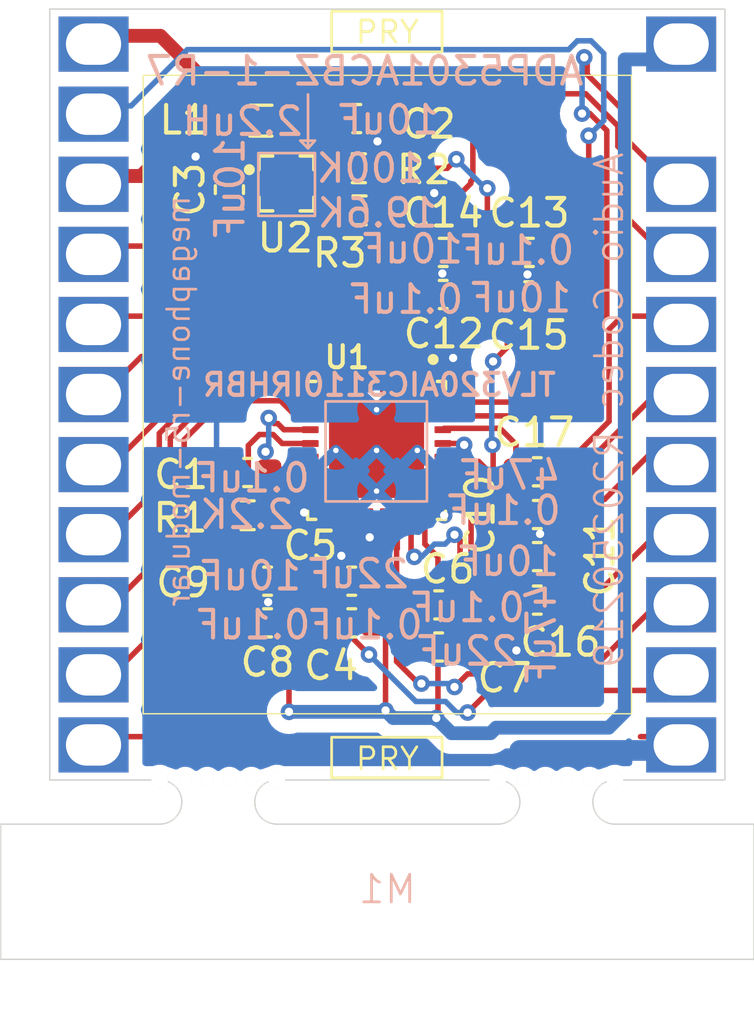
<source format=kicad_pcb>
(kicad_pcb (version 20240108) (generator "pcbnew") (generator_version "8.0")
  (layers (0 "F.Cu" signal) (31 "B.Cu" signal) (34 "B.Paste" user) (35 "F.Paste" user) (36 "B.SilkS" user "B.Silkscreen") (37 "F.SilkS" user "F.Silkscreen") (38 "B.Mask" user) (39 "F.Mask" user) (44 "Edge.Cuts" user))
  (net 0 "")
  (net 1 "DECOUPLE4")
  (net 2 "Net-(U1-MIC1RP)")
  (net 3 "GND")
  (net 4 "DECOUPLE1")
  (net 5 "SPEAKER_L_P")
  (net 6 "Net-(U1-HPR)")
  (net 7 "I2S_MCLK")
  (net 8 "I2S_DOUT")
  (net 9 "{slash}RESET")
  (net 10 "Net-(U1-MICBIAS)")
  (net 11 "SPEAKER_R_P")
  (net 12 "DECOUPLE5")
  (net 13 "WCLK")
  (net 14 "SPEAKER_R_M")
  (net 15 "Net-(U1-HPL)")
  (net 16 "GPIO1")
  (net 17 "SPEAKER_L_M")
  (net 18 "I2S_BCLK")
  (net 19 "SCL")
  (net 20 "I2S_DIN")
  (net 21 "SDA")
  (net 24 "3.5MM_MIC")
  (net 25 "3.5MM_LEFT")
  (net 26 "3.5MM_RIGHT")
  (net 27 "Net-(U2-VID)")
  (net 28 "V1.8_MODE")
  (net 30 "Net-(U2-SW)")
  (footprint "Capacitor_SMD:C_0603_1608Metric" (layer "F.Cu") (at 89.935 70.8)
    (property "Reference" "C16")
    (property "Value" "47uF")
  )
  (footprint "Capacitor_SMD:C_0603_1608Metric" (layer "F.Cu") (at 89.935 66.15)
    (property "Reference" "C17")
    (property "Value" "47uF")
  )
  (footprint "Capacitor_SMD:C_0603_1608Metric" (layer "F.Cu") (at 86.525 59.725)
    (property "Reference" "C12")
    (property "Value" "0.1uF")
  )
  (footprint "Resistor_SMD:R_0603_1608Metric" (layer "F.Cu") (at 79.435 67.725 180)
    (property "Reference" "R1")
    (property "Value" "2.2K")
  )
  (footprint "Capacitor_SMD:C_0603_1608Metric" (layer "F.Cu") (at 83.392648 53.35 180)
    (property "Reference" "C2")
    (property "Value" "10uF")
  )
  (footprint "Capacitor_SMD:C_0603_1608Metric" (layer "F.Cu") (at 89.935 67.7)
    (property "Reference" "C10")
    (property "Value" "0.1uF")
  )
  (footprint "Capacitor_SMD:C_0603_1608Metric" (layer "F.Cu") (at 86.525 58.2)
    (property "Reference" "C14")
    (property "Value" "10uF")
  )
  (footprint "Capacitor_SMD:C_0603_1608Metric" (layer "F.Cu") (at 86.36 72.5)
    (property "Reference" "C7")
    (property "Value" "22uF")
  )
  (footprint "Capacitor_SMD:C_0603_1608Metric" (layer "F.Cu") (at 89.935 69.225)
    (property "Reference" "C11")
    (property "Value" "10uF")
  )
  (footprint "Resistor_SMD:R_0603_1608Metric" (layer "F.Cu") (at 83.467648 55.15 180)
    (property "Reference" "R3")
    (property "Value" "100K")
  )
  (footprint "Capacitor_SMD:C_0603_1608Metric" (layer "F.Cu") (at 86.36 70.975)
    (property "Reference" "C6")
    (property "Value" "0.1uF")
  )
  (footprint "Capacitor_SMD:C_0603_1608Metric" (layer "F.Cu") (at 83.21 70.115 180)
    (property "Reference" "C5")
    (property "Value" "22uF")
  )
  (footprint "audio-codec:BGA9C50P3X3_187X165X66N" (layer "F.Cu") (at 80.842648 55.7)
    (property "Reference" "U2")
    (property "Value" "ADP5301ACBZ-1-R7")
  )
  (footprint "audio-codec:IC_ADS125H01IRHBT" (layer "F.Cu") (at 84.11 65.375 -90)
    (property "Reference" "U1")
    (property "Value" "TLV320AIC3110IRHBR")
  )
  (footprint "Capacitor_SMD:C_0603_1608Metric" (layer "F.Cu") (at 89.65 58.2)
    (property "Reference" "C13")
    (property "Value" "0.1uF")
  )
  (footprint "Capacitor_SMD:C_0603_1608Metric" (layer "F.Cu") (at 80.16 70.115 180)
    (property "Reference" "C9")
    (property "Value" "10uF")
  )
  (footprint "Capacitor_SMD:C_0603_1608Metric" (layer "F.Cu") (at 89.625 59.775)
    (property "Reference" "C15")
    (property "Value" "10uF")
  )
  (footprint "Capacitor_SMD:C_0603_1608Metric" (layer "F.Cu") (at 78.775 55.925 90)
    (property "Reference" "C3")
    (property "Value" "10uF")
  )
  (footprint "Resistor_SMD:R_0603_1608Metric" (layer "F.Cu") (at 83.492648 56.675)
    (property "Reference" "R2")
    (property "Value" "19.6K")
  )
  (footprint "Capacitor_SMD:C_0603_1608Metric" (layer "F.Cu") (at 79.435 66.175 180)
    (property "Reference" "C1")
    (property "Value" "0.1uF")
  )
  (footprint "Capacitor_SMD:C_0603_1608Metric" (layer "F.Cu") (at 80.16 71.625 180)
    (property "Reference" "C8")
    (property "Value" "0.1uF")
  )
  (footprint "Inductor_SMD:L_0805_2012Metric" (layer "F.Cu") (at 79.917648 53.425 180)
    (property "Reference" "L1")
    (property "Value" "2.2uH")
  )
  (footprint "Capacitor_SMD:C_0603_1608Metric" (layer "F.Cu") (at 83.21 71.625 180)
    (property "Reference" "C4")
    (property "Value" "0.1uF")
  )
  (footprint "MegaCastle:MegaCastle2x11-Module-I17.7x23.1-MBFFFFC-PANEL-NIBBLE" (layer "B.Cu") (at 84.5 63.35 180)
    (property "Reference" "M1")
    (property "Value" "~")
    (fp_line (start 12.2375 13.97) (end -12.2375 13.97) (stroke (width 0.05)) (layer "Edge.Cuts"))
    (fp_line (start 12.2375 -13.97) (end 12.2375 13.97) (stroke (width 0.05)) (layer "Edge.Cuts"))
    (fp_line (start 12.2375 -13.97) (end 8.650001 -13.97) (stroke (width 0.05)) (layer "Edge.Cuts"))
    (fp_line (start 8.250001 -13.97) (end 8.650001 -13.97) (stroke (width 0.05)) (layer "Edge.Cuts"))
    (fp_line (start 8.250001 -15.57) (end 8.650001 -15.57) (stroke (width 0.05)) (layer "Edge.Cuts"))
    (fp_line (start 4.005001 -13.97) (end 3.605001 -13.97) (stroke (width 0.05)) (layer "Edge.Cuts"))
    (fp_line (start 4.005001 -15.57) (end 3.605001 -15.57) (stroke (width 0.05)) (layer "Edge.Cuts"))
    (fp_line (start 3.605001 -13.97) (end -3.605 -13.97) (stroke (width 0.05)) (layer "Edge.Cuts"))
    (fp_line (start -4.005 -13.97) (end -3.605 -13.97) (stroke (width 0.05)) (layer "Edge.Cuts"))
    (fp_line (start -4.005 -15.57) (end -3.605 -15.57) (stroke (width 0.05)) (layer "Edge.Cuts"))
    (fp_line (start -8.25 -13.97) (end -8.650001 -13.97) (stroke (width 0.05)) (layer "Edge.Cuts"))
    (fp_line (start -8.25 -15.57) (end -8.650001 -15.57) (stroke (width 0.05)) (layer "Edge.Cuts"))
    (fp_line (start -8.650001 -13.97) (end -12.2375 -13.97) (stroke (width 0.05)) (layer "Edge.Cuts"))
    (fp_line (start -12.2375 -13.97) (end -12.2375 13.97) (stroke (width 0.05)) (layer "Edge.Cuts"))
    (fp_arc (start 8.250001 -13.97) (mid 7.45 -14.77) (end 8.250001 -15.57) (stroke (width 0.05)) (layer "Edge.Cuts"))
    (fp_arc (start 4.005001 -15.57) (mid 4.805 -14.77) (end 4.005001 -13.97) (stroke (width 0.05)) (layer "Edge.Cuts"))
    (fp_arc (start -4.005 -13.97) (mid -4.805 -14.77) (end -4.005 -15.57) (stroke (width 0.05)) (layer "Edge.Cuts"))
    (fp_arc (start -8.25 -15.57) (mid -7.45 -14.77) (end -8.25 -13.97) (stroke (width 0.05)) (layer "Edge.Cuts"))
  )
  (gr_rect (start 82.26 63.6) (end 85.935 67.225) (stroke (width 0.1)) (fill none) (layer "B.SilkS"))
  (gr_line (start 81.625 52.475) (end 81.625 54.425) (stroke (width 0.1)) (layer "B.SilkS"))
  (gr_line (start 81.875 54.15) (end 81.625 54.425) (stroke (width 0.1)) (layer "B.SilkS"))
  (gr_line (start 81.625 54.425) (end 81.35 54.15) (stroke (width 0.1)) (layer "B.SilkS"))
  (gr_line (start 81.35 54.15) (end 81.875 54.15) (stroke (width 0.1)) (layer "B.SilkS"))
  (gr_rect (start 79.825 54.6) (end 81.875 56.875) (stroke (width 0.1)) (fill none) (layer "B.SilkS"))
  (gr_line (start 88.105 78.92) (end 80.894999 78.92) (stroke (width 0.05)) (layer "Edge.Cuts"))
  (gr_line (start 70.485 83.82) (end 70.485 78.92) (stroke (width 0.05)) (layer "Edge.Cuts"))
  (gr_line (start 70.485 78.92) (end 75.849999 78.92) (stroke (width 0.05)) (layer "Edge.Cuts"))
  (gr_line (start 70.485 83.82) (end 97.79 83.82) (stroke (width 0.05)) (layer "Edge.Cuts"))
  (gr_line (start 97.79 78.92) (end 93.150001 78.92) (stroke (width 0.05)) (layer "Edge.Cuts"))
  (gr_line (start 97.79 83.82) (end 97.79 78.92) (stroke (width 0.05)) (layer "Edge.Cuts"))
  (gr_text "megaphone-r5-modular" (at 77.4 56.075 90) (layer "B.SilkS") (effects (font (size 0.8 0.8) (thickness 0.1)) (justify left bottom mirror)))
  (gr_text "Audio Codec R20250219" (at 93.125 54.5 90) (layer "B.SilkS") (effects (font (size 1 1) (thickness 0.1)) (justify left bottom mirror)))
  (segment (start 85.425 51.95) (end 77.875 51.95) (width 0.5) (layer "F.Cu") (net 1))
  (segment (start 87.81 65.775) (end 87.036471 65.775) (width 0.2) (layer "F.Cu") (net 1))
  (segment (start 82.167648 54.375) (end 81.342648 55.2) (width 0.2) (layer "F.Cu") (net 1))
  (segment (start 88.335 66.3) (end 88.335 65.2) (width 0.2) (layer "F.Cu") (net 1))
  (segment (start 88.335 66.3) (end 87.81 65.775) (width 0.2) (layer "F.Cu") (net 1))
  (segment (start 88.125 55.875) (end 88.125 57.45) (width 0.2) (layer "F.Cu") (net 1))
  (segment (start 86.886471 65.625) (end 86.51 65.625) (width 0.2) (layer "F.Cu") (net 1))
  (segment (start 87.036471 65.775) (end 86.886471 65.625) (width 0.2) (layer "F.Cu") (net 1))
  (segment (start 88.41 66.375) (end 88.335 66.3) (width 0.2) (layer "F.Cu") (net 1))
  (segment (start 84.292648 55.15) (end 85.067648 54.375) (width 0.5) (layer "F.Cu") (net 1))
  (segment (start 87 54.825) (end 86.675 55.15) (width 0.2) (layer "F.Cu") (net 1))
  (segment (start 82.617648 53.825) (end 82.617648 53.35) (width 0.2) (layer "F.Cu") (net 1))
  (segment (start 89.16 67.7) (end 89.16 69.225) (width 0.2) (layer "F.Cu") (net 1))
  (segment (start 88.335 62.15) (end 88.85 61.635) (width 0.2) (layer "F.Cu") (net 1))
  (segment (start 88.85 59.775) (end 88.85 58.225) (width 0.2) (layer "F.Cu") (net 1))
  (segment (start 82.167648 54.275) (end 82.617648 53.825) (width 0.2) (layer "F.Cu") (net 1))
  (segment (start 88.85 58.225) (end 88.875 58.2) (width 0.2) (layer "F.Cu") (net 1))
  (segment (start 83.217648 54.375) (end 82.167648 54.375) (width 0.2) (layer "F.Cu") (net 1))
  (segment (start 77.875 51.95) (end 76.275 50.35) (width 0.5) (layer "F.Cu") (net 1))
  (segment (start 84.292648 55.15) (end 83.992648 55.15) (width 0.2) (layer "F.Cu") (net 1))
  (segment (start 89.16 67.7) (end 88.41 66.95) (width 0.2) (layer "F.Cu") (net 1))
  (segment (start 86.675 55.15) (end 84.292648 55.15) (width 0.2) (layer "F.Cu") (net 1))
  (segment (start 82.167648 54.375) (end 82.167648 54.275) (width 0.2) (layer "F.Cu") (net 1))
  (segment (start 85.067648 54.375) (end 85.067648 52.979534) (width 0.5) (layer "F.Cu") (net 1))
  (segment (start 85.36 62.643176) (end 87.128176 60.875) (width 0.2) (layer "F.Cu") (net 1))
  (segment (start 88.85 61.635) (end 88.85 59.775) (width 0.2) (layer "F.Cu") (net 1))
  (segment (start 87.225 60.875) (end 87.75 60.875) (width 0.2) (layer "F.Cu") (net 1))
  (segment (start 85.425 52.622182) (end 85.425 51.95) (width 0.5) (layer "F.Cu") (net 1))
  (segment (start 81.342648 55.2) (end 80.842648 55.2) (width 0.2) (layer "F.Cu") (net 1))
  (segment (start 88.41 66.95) (end 88.41 66.375) (width 0.2) (layer "F.Cu") (net 1))
  (segment (start 83.992648 55.15) (end 83.217648 54.375) (width 0.2) (layer "F.Cu") (net 1))
  (segment (start 85.36 62.975) (end 85.36 62.643176) (width 0.2) (layer "F.Cu") (net 1))
  (segment (start 85.067648 52.979534) (end 85.425 52.622182) (width 0.5) (layer "F.Cu") (net 1))
  (segment (start 88.125 57.45) (end 88.875 58.2) (width 0.2) (layer "F.Cu") (net 1))
  (segment (start 76.275 50.35) (end 74.505 50.35) (width 0.5) (layer "F.Cu") (net 1))
  (segment (start 87.128176 60.875) (end 87.225 60.875) (width 0.2) (layer "F.Cu") (net 1))
  (segment (start 87.75 60.875) (end 88.85 59.775) (width 0.2) (layer "F.Cu") (net 1))
  (segment (start 88.335 65.2) (end 88.31 65.175) (width 0.2) (layer "F.Cu") (net 1))
  (via (at 88.125 55.875) (size 0.6) (drill 0.3) (layers "F.Cu" "B.Cu") (net 1))
  (via (at 88.31 65.175) (size 0.6) (drill 0.3) (layers "F.Cu" "B.Cu") (net 1))
  (via (at 88.335 62.15) (size 0.6) (drill 0.3) (layers "F.Cu" "B.Cu") (net 1))
  (via (at 87 54.825) (size 0.6) (drill 0.3) (layers "F.Cu" "B.Cu") (net 1))
  (segment (start 88.285 65.15) (end 88.31 65.175) (width 0.2) (layer "B.Cu") (net 1))
  (segment (start 88.335 62.15) (end 88.285 62.2) (width 0.2) (layer "B.Cu") (net 1))
  (segment (start 88.05 55.875) (end 88.125 55.875) (width 0.2) (layer "B.Cu") (net 1))
  (segment (start 88.285 62.2) (end 88.285 65.15) (width 0.2) (layer "B.Cu") (net 1))
  (segment (start 87 54.825) (end 88.05 55.875) (width 0.2) (layer "B.Cu") (net 1))
  (segment (start 80.084958 66.049958) (end 80.21 66.175) (width 0.2) (layer "F.Cu") (net 2))
  (segment (start 80.084958 65.423571) (end 80.084958 66.049958) (width 0.2) (layer "F.Cu") (net 2))
  (segment (start 80.199243 64.2) (end 80.399243 64.4) (width 0.2) (layer "F.Cu") (net 2))
  (segment (start 80.399243 64.4) (end 80.526989 64.4) (width 0.2) (layer "F.Cu") (net 2))
  (segment (start 80.526989 64.4) (end 80.751989 64.625) (width 0.2) (layer "F.Cu") (net 2))
  (segment (start 80.21 66.175) (end 81.66 66.175) (width 0.2) (layer "F.Cu") (net 2))
  (segment (start 81.66 66.175) (end 81.71 66.125) (width 0.2) (layer "F.Cu") (net 2))
  (segment (start 80.751989 64.625) (end 81.71 64.625) (width 0.2) (layer "F.Cu") (net 2))
  (via (at 80.199243 64.2) (size 0.6) (drill 0.3) (layers "F.Cu" "B.Cu") (net 2))
  (via (at 80.084958 65.423571) (size 0.6) (drill 0.3) (layers "F.Cu" "B.Cu") (net 2))
  (segment (start 80.199243 65.309286) (end 80.084958 65.423571) (width 0.2) (layer "B.Cu") (net 2))
  (segment (start 80.199243 64.2) (end 80.199243 65.309286) (width 0.2) (layer "B.Cu") (net 2))
  (segment (start 87.3 59.725) (end 87.3 58.2) (width 0.2) (layer "F.Cu") (net 3))
  (segment (start 89.178553 72.625) (end 89.053553 72.5) (width 0.2) (layer "F.Cu") (net 3))
  (segment (start 79.467648 55.7) (end 78.917648 55.15) (width 0.2) (layer "F.Cu") (net 3))
  (segment (start 82.832858 69.194916) (end 82.86 69.167774) (width 0.2) (layer "F.Cu") (net 3))
  (segment (start 86.51 67.125) (end 86.51 67.675) (width 0.2) (layer "F.Cu") (net 3))
  (segment (start 81.71 67.125) (end 81.71 67.4) (width 0.2) (layer "F.Cu") (net 3))
  (segment (start 83.86 67.775) (end 83.885 67.775) (width 0.2) (layer "F.Cu") (net 3))
  (segment (start 86.885 62.025) (end 85.935 62.975) (width 0.2) (layer "F.Cu") (net 3))
  (segment (start 81.71 67.4) (end 81.485 67.625) (width 0.2) (layer "F.Cu") (net 3))
  (segment (start 90.71 69.225) (end 90.71 69.075) (width 0.2) (layer "F.Cu") (net 3))
  (segment (start 90.71 69.075) (end 90.035 68.4) (width 0.2) (layer "F.Cu") (net 3))
  (segment (start 86.51 65.125) (end 87.235 65.125) (width 0.2) (layer "F.Cu") (net 3))
  (segment (start 77.858824 54.658824) (end 78.35 55.15) (width 0.2) (layer "F.Cu") (net 3))
  (segment (start 80.842648 55.7) (end 80.342648 55.7) (width 0.2) (layer "F.Cu") (net 3))
  (segment (start 82.435 71.625) (end 82.435 70.115) (width 0.2) (layer "F.Cu") (net 3))
  (segment (start 82.832858 69.194916) (end 82.435 69.592774) (width 0.2) (layer "F.Cu") (net 3))
  (segment (start 84.942648 56.05) (end 84.317648 56.675) (width 0.2) (layer "F.Cu") (net 3))
  (segment (start 83.885 67.775) (end 83.91 67.8) (width 0.2) (layer "F.Cu") (net 3))
  (segment (start 86.536163 58.963837) (end 86.495317 58.963837) (width 0.2) (layer "F.Cu") (net 3))
  (segment (start 85.935 62.975) (end 85.86 62.975) (width 0.2) (layer "F.Cu") (net 3))
  (segment (start 90.378183 58.2) (end 90.425 58.2) (width 0.2) (layer "F.Cu") (net 3))
  (segment (start 83.86 67.85) (end 83.86 68.525) (width 0.2) (layer "F.Cu") (net 3))
  (segment (start 90.71 69.225) (end 90.71 67.7) (width 0.2) (layer "F.Cu") (net 3))
  (segment (start 86.51 67.675) (end 86.56 67.725) (width 0.2) (layer "F.Cu") (net 3))
  (segment (start 89.579693 58.99849) (end 90.378183 58.2) (width 0.2) (layer "F.Cu") (net 3))
  (segment (start 84.141926 54.175) (end 84.167648 54.149278) (width 0.2) (layer "F.Cu") (net 3))
  (segment (start 94.825 75.75) (end 93.675 75.75) (width 0.2) (layer "F.Cu") (net 3))
  (segment (start 90.4 58.225) (end 90.425 58.2) (width 0.2) (layer "F.Cu") (net 3))
  (segment (start 79.385 70.115) (end 79.421458 70.115) (width 0.2) (layer "F.Cu") (net 3))
  (segment (start 82.435 69.592774) (end 82.435 70.115) (width 0.2) (layer "F.Cu") (net 3))
  (segment (start 78.35 55.15) (end 78.917648 55.15) (width 0.2) (layer "F.Cu") (net 3))
  (segment (start 90.4 59.775) (end 90.4 58.225) (width 0.2) (layer "F.Cu") (net 3))
  (segment (start 94.825 75.75) (end 94.675 75.9) (width 0.2) (layer "F.Cu") (net 3))
  (segment (start 80.342648 55.7) (end 79.467648 55.7) (width 0.2) (layer "F.Cu") (net 3))
  (segment (start 87.135 72.5) (end 87.135 70.975) (width 0.2) (layer "F.Cu") (net 3))
  (segment (start 86.2 56.05) (end 84.942648 56.05) (width 0.2) (layer "F.Cu") (net 3))
  (segment (start 87.235 65.125) (end 87.285 65.175) (width 0.2) (layer "F.Cu") (net 3))
  (segment (start 89.053553 72.5) (end 87.135 72.5) (width 0.2) (layer "F.Cu") (net 3))
  (segment (start 82.86 69.167774) (end 82.86 67.775) (width 0.2) (layer "F.Cu") (net 3))
  (segment (start 83.91 67.8) (end 83.86 67.85) (width 0.2) (layer "F.Cu") (net 3))
  (segment (start 87.3 58.2) (end 86.536163 58.963837) (width 0.2) (layer "F.Cu") (net 3))
  (segment (start 84.167648 54.149278) (end 84.167648 53.35) (width 0.2) (layer "F.Cu") (net 3))
  (segment (start 79.421458 70.115) (end 80.180247 70.873789) (width 0.2) (layer "F.Cu") (net 3))
  (segment (start 79.385 71.625) (end 79.385 70.115) (width 0.2) (layer "F.Cu") (net 3))
  (via (at 80.180247 70.873789) (size 0.6) (drill 0.3) (layers "F.Cu" "B.Cu") (net 3))
  (via (at 81.485 67.625) (size 0.6) (drill 0.3) (layers "F.Cu" "B.Cu") (net 3))
  (via (at 86.495317 58.963837) (size 0.6) (drill 0.3) (layers "F.Cu" "B.Cu") (net 3))
  (via (at 84.141926 54.175) (size 0.6) (drill 0.3) (layers "F.Cu" "B.Cu") (net 3))
  (via (at 83.86 68.525) (size 0.6) (drill 0.3) (layers "F.Cu" "B.Cu") (net 3))
  (via (at 77.55 54.725) (size 0.6) (drill 0.3) (layers "F.Cu" "B.Cu") (net 3))
  (via (at 87.285 65.175) (size 0.6) (drill 0.3) (layers "F.Cu" "B.Cu") (net 3))
  (via (at 82.832858 69.194916) (size 0.6) (drill 0.3) (layers "F.Cu" "B.Cu") (net 3))
  (via (at 89.579693 58.99849) (size 0.6) (drill 0.3) (layers "F.Cu" "B.Cu") (net 3))
  (via (at 86.2 56.05) (size 0.6) (drill 0.3) (layers "F.Cu" "B.Cu") (net 3))
  (via (at 86.56 67.725) (size 0.6) (drill 0.3) (layers "F.Cu" "B.Cu") (net 3))
  (via (at 86.885 62.025) (size 0.6) (drill 0.3) (layers "F.Cu" "B.Cu") (net 3))
  (via (at 90.035 68.4) (size 0.6) (drill 0.3) (layers "F.Cu" "B.Cu") (net 3))
  (via (at 89.178553 72.625) (size 0.6) (drill 0.3) (layers "F.Cu" "B.Cu") (net 3))
  (segment (start 90.06 63.625) (end 90.01 63.575) (width 0.2) (layer "B.Cu") (net 3))
  (segment (start 78.31 65.675) (end 78.31 63.75) (width 0.2) (layer "B.Cu") (net 3))
  (segment (start 94.325 76.25) (end 89.3 76.25) (width 0.75) (layer "B.Cu") (net 3))
  (segment (start 90.06 65.95) (end 90.06 63.625) (width 0.2) (layer "B.Cu") (net 3))
  (segment (start 94.825 75.75) (end 94.325 76.25) (width 0.75) (layer "B.Cu") (net 3))
  (segment (start 85.585 70.975) (end 85.585 70.825) (width 0.2) (layer "F.Cu") (net 4))
  (segment (start 85.86 67.775) (end 85.86 68.767257) (width 0.2) (layer "F.Cu") (net 4))
  (segment (start 84.435 74.8) (end 84.435 72.075) (width 0.2) (layer "F.Cu") (net 4))
  (segment (start 84.435 72.075) (end 83.985 71.625) (width 0.2) (layer "F.Cu") (net 4))
  (segment (start 86.335 69.242257) (end 86.335 70.075) (width 0.2) (layer "F.Cu") (net 4))
  (segment (start 85.585 70.825) (end 86.335 70.075) (width 0.2) (layer "F.Cu") (net 4))
  (segment (start 85.585 72.5) (end 85.585 70.975) (width 0.2) (layer "F.Cu") (net 4))
  (segment (start 82.36 67.775) (end 80.935 69.2) (width 0.2) (layer "F.Cu") (net 4))
  (segment (start 80.935 70.115) (end 80.935 71.625) (width 0.2) (layer "F.Cu") (net 4))
  (segment (start 80.935 69.2) (end 80.935 70.115) (width 0.2) (layer "F.Cu") (net 4))
  (segment (start 84.36 67.775) (end 84.36 68.176471) (width 0.2) (layer "F.Cu") (net 4))
  (segment (start 84.36 68.176471) (end 84.46 68.276471) (width 0.2) (layer "F.Cu") (net 4))
  (segment (start 84.46 68.773529) (end 83.985 69.248529) (width 0.2) (layer "F.Cu") (net 4))
  (segment (start 85.86 68.767257) (end 86.335 69.242257) (width 0.2) (layer "F.Cu") (net 4))
  (segment (start 94.075 50.35) (end 94.825 50.35) (width 0.2) (layer "F.Cu") (net 4))
  (segment (start 86.275 75.075) (end 86.335 75.015) (width 0.2) (layer "F.Cu") (net 4))
  (segment (start 80.935 74.85) (end 80.935 71.625) (width 0.2) (layer "F.Cu") (net 4))
  (segment (start 86.335 75.015) (end 86.335 70.075) (width 0.2) (layer "F.Cu") (net 4))
  (segment (start 83.985 69.248529) (end 83.985 70.115) (width 0.2) (layer "F.Cu") (net 4))
  (segment (start 83.985 70.115) (end 83.985 71.625) (width 0.2) (layer "F.Cu") (net 4))
  (segment (start 84.46 68.276471) (end 84.46 68.773529) (width 0.2) (layer "F.Cu") (net 4))
  (via (at 84.435 74.8) (size 0.6) (drill 0.3) (layers "F.Cu" "B.Cu") (net 4))
  (via (at 86.275 75.075) (size 0.6) (drill 0.3) (layers "F.Cu" "B.Cu") (net 4))
  (via (at 80.935 74.85) (size 0.6) (drill 0.3) (layers "F.Cu" "B.Cu") (net 4))
  (segment (start 93.105 51.205) (end 93.97 51.205) (width 0.5) (layer "B.Cu") (net 4))
  (segment (start 93.105 74.845) (end 93.105 51.205) (width 0.5) (layer "B.Cu") (net 4))
  (segment (start 88.243274 75.625) (end 88.443274 75.425) (width 0.5) (layer "B.Cu") (net 4))
  (segment (start 84.71 75.075) (end 84.435 74.8) (width 0.5) (layer "B.Cu") (net 4))
  (segment (start 86.275 75.075) (end 84.71 75.075) (width 0.5) (layer "B.Cu") (net 4))
  (segment (start 93.97 51.205) (end 94.825 50.35) (width 0.5) (layer "B.Cu") (net 4))
  (segment (start 86.275 75.075) (end 86.825 75.625) (width 0.5) (layer "B.Cu") (net 4))
  (segment (start 80.935 74.85) (end 84.385 74.85) (width 0.5) (layer "B.Cu") (net 4))
  (segment (start 88.443274 75.425) (end 92.525 75.425) (width 0.5) (layer "B.Cu") (net 4))
  (segment (start 86.825 75.625) (end 88.243274 75.625) (width 0.5) (layer "B.Cu") (net 4))
  (segment (start 92.525 75.425) (end 93.105 74.845) (width 0.5) (layer "B.Cu") (net 4))
  (segment (start 84.385 74.85) (end 84.435 74.8) (width 0.5) (layer "B.Cu") (net 4))
  (segment (start 84.86 68.939214) (end 84.86 67.775) (width 0.2) (layer "F.Cu") (net 5))
  (segment (start 85.735 73.826473) (end 85.636473 73.826473) (width 0.2) (layer "F.Cu") (net 5))
  (segment (start 87.41 73.475) (end 86.935 73.95) (width 0.2) (layer "F.Cu") (net 5))
  (segment (start 94.555 70.67) (end 91.75 73.475) (width 0.2) (layer "F.Cu") (net 5))
  (segment (start 91.75 73.475) (end 87.41 73.475) (width 0.2) (layer "F.Cu") (net 5))
  (segment (start 85.636473 73.826473) (end 84.835 73.025) (width 0.2) (layer "F.Cu") (net 5))
  (segment (start 84.835 73.025) (end 84.835 68.964214) (width 0.2) (layer "F.Cu") (net 5))
  (segment (start 94.825 70.67) (end 94.555 70.67) (width 0.2) (layer "F.Cu") (net 5))
  (segment (start 84.835 68.964214) (end 84.86 68.939214) (width 0.2) (layer "F.Cu") (net 5))
  (via (at 85.735 73.826473) (size 0.6) (drill 0.3) (layers "F.Cu" "B.Cu") (net 5))
  (via (at 86.935 73.95) (size 0.6) (drill 0.3) (layers "F.Cu" "B.Cu") (net 5))
  (segment (start 86.811473 73.826473) (end 85.735 73.826473) (width 0.2) (layer "B.Cu") (net 5))
  (segment (start 86.935 73.95) (end 86.811473 73.826473) (width 0.2) (layer "B.Cu") (net 5))
  (segment (start 86.56 64.575) (end 88.585 64.575) (width 0.2) (layer "F.Cu") (net 6))
  (segment (start 88.585 64.575) (end 89.16 65.15) (width 0.2) (layer "F.Cu") (net 6))
  (segment (start 86.51 64.625) (end 86.56 64.575) (width 0.2) (layer "F.Cu") (net 6))
  (segment (start 89.16 65.15) (end 89.16 66.15) (width 0.2) (layer "F.Cu") (net 6))
  (segment (start 82.16 62.775) (end 77.175 62.775) (width 0.2) (layer "F.Cu") (net 7))
  (segment (start 76.232843 64.757843) (end 76.232843 66.672157) (width 0.2) (layer "F.Cu") (net 7))
  (segment (start 76.875 64.115686) (end 76.875 63.075) (width 0.2) (layer "F.Cu") (net 7))
  (segment (start 74.775 68.13) (end 74.505 68.13) (width 0.2) (layer "F.Cu") (net 7))
  (segment (start 76.232843 66.672157) (end 74.775 68.13) (width 0.2) (layer "F.Cu") (net 7))
  (segment (start 77.175 62.775) (end 76.875 63.075) (width 0.2) (layer "F.Cu") (net 7))
  (segment (start 82.36 62.975) (end 82.16 62.775) (width 0.2) (layer "F.Cu") (net 7))
  (segment (start 76.875 64.115686) (end 76.232843 64.757843) (width 0.2) (layer "F.Cu") (net 7))
  (segment (start 84.36 62.975) (end 84.36 62.446118) (width 0.2) (layer "F.Cu") (net 8))
  (segment (start 84.36 62.446118) (end 79.883882 57.97) (width 0.2) (layer "F.Cu") (net 8))
  (segment (start 79.883882 57.97) (end 74.505 57.97) (width 0.2) (layer "F.Cu") (net 8))
  (segment (start 94.825 55.43) (end 94.53 55.43) (width 0.2) (layer "F.Cu") (net 9))
  (segment (start 91.744669 51.75386) (end 93.255 53.264191) (width 0.2) (layer "F.Cu") (net 9))
  (segment (start 91.84151 53.167804) (end 92.455 53.781294) (width 0.2) (layer "F.Cu") (net 9))
  (segment (start 92.025 62.16) (end 90.06 64.125) (width 0.2) (layer "F.Cu") (net 9))
  (segment (start 91.637986 51.13036) (end 91.744669 51.237043) (width 0.2) (layer "F.Cu") (net 9))
  (segment (start 93.255 54.19) (end 94.495 55.43) (width 0.2) (layer "F.Cu") (net 9))
  (segment (start 92.455 60.504314) (end 92.025 60.934314) (width 0.2) (layer "F.Cu") (net 9))
  (segment (start 92.025 60.934314) (end 92.025 62.16) (width 0.2) (layer "F.Cu") (net 9))
  (segment (start 94.495 55.43) (end 94.825 55.43) (width 0.2) (layer "F.Cu") (net 9))
  (segment (start 91.558667 53.167804) (end 91.84151 53.167804) (width 0.2) (layer "F.Cu") (net 9))
  (segment (start 93.255 53.264191) (end 93.255 54.19) (width 0.2) (layer "F.Cu") (net 9))
  (segment (start 91.744669 51.237043) (end 91.744669 51.75386) (width 0.2) (layer "F.Cu") (net 9))
  (segment (start 92.455 53.781294) (end 92.455 60.504314) (width 0.2) (layer "F.Cu") (net 9))
  (segment (start 94.53 55.43) (end 94.025 54.925) (width 0.2) (layer "F.Cu") (net 9))
  (segment (start 90.06 64.125) (end 86.51 64.125) (width 0.2) (layer "F.Cu") (net 9))
  (via (at 91.558667 53.167804) (size 0.6) (drill 0.3) (layers "F.Cu" "B.Cu") (net 9))
  (via (at 91.637986 51.13036) (size 0.6) (drill 0.3) (layers "F.Cu" "B.Cu") (net 9))
  (segment (start 91.558667 51.209679) (end 91.558667 53.167804) (width 0.2) (layer "B.Cu") (net 9))
  (segment (start 91.637986 51.13036) (end 91.558667 51.209679) (width 0.2) (layer "B.Cu") (net 9))
  (segment (start 80.686304 65.125) (end 80.361304 64.8) (width 0.2) (layer "F.Cu") (net 10))
  (segment (start 81.71 65.125) (end 80.686304 65.125) (width 0.2) (layer "F.Cu") (net 10))
  (segment (start 79.46 66.925) (end 80.26 67.725) (width 0.2) (layer "F.Cu") (net 10))
  (segment (start 79.86 64.8) (end 79.46 65.2) (width 0.2) (layer "F.Cu") (net 10))
  (segment (start 79.46 65.2) (end 79.46 66.925) (width 0.2) (layer "F.Cu") (net 10))
  (segment (start 80.361304 64.8) (end 79.86 64.8) (width 0.2) (layer "F.Cu") (net 10))
  (segment (start 91.183696 71.575) (end 91.485 71.273696) (width 0.2) (layer "F.Cu") (net 11))
  (segment (start 87.535 67.318176) (end 87.535 69.25) (width 0.2) (layer "F.Cu") (net 11))
  (segment (start 92.085 70.015686) (end 92.085 67.15) (width 0.2) (layer "F.Cu") (net 11))
  (segment (start 93.935 65.59) (end 94.825 65.59) (width 0.2) (layer "F.Cu") (net 11))
  (segment (start 86.51 66.625) (end 86.841824 66.625) (width 0.2) (layer "F.Cu") (net 11))
  (segment (start 88.375 71.575) (end 88.375 70.24) (width 0.2) (layer "F.Cu") (net 11))
  (segment (start 88.375 70.24) (end 87.535 69.4) (width 0.2) (layer "F.Cu") (net 11))
  (segment (start 91.183696 71.575) (end 88.375 71.575) (width 0.2) (layer "F.Cu") (net 11))
  (segment (start 86.841824 66.625) (end 87.535 67.318176) (width 0.2) (layer "F.Cu") (net 11))
  (segment (start 92.085 67.15) (end 92.375 67.15) (width 0.2) (layer "F.Cu") (net 11))
  (segment (start 91.485 71.273696) (end 91.485 70.615686) (width 0.2) (layer "F.Cu") (net 11))
  (segment (start 92.375 67.15) (end 93.935 65.59) (width 0.2) (layer "F.Cu") (net 11))
  (segment (start 87.535 69.4) (end 87.535 69.25) (width 0.2) (layer "F.Cu") (net 11))
  (segment (start 91.485 70.615686) (end 92.085 70.015686) (width 0.2) (layer "F.Cu") (net 11))
  (segment (start 80.45076 56.7) (end 80.842648 56.308112) (width 0.2) (layer "F.Cu") (net 12))
  (segment (start 76.275 55.43) (end 74.505 55.43) (width 0.5) (layer "F.Cu") (net 12))
  (segment (start 80.842648 56.383847) (end 82.008801 57.55) (width 0.2) (layer "F.Cu") (net 12))
  (segment (start 74.505 55.43) (end 75.57 55.43) (width 0.5) (layer "F.Cu") (net 12))
  (segment (start 75.57 55.43) (end 77.575 53.425) (width 0.5) (layer "F.Cu") (net 12))
  (segment (start 80.842648 56.2) (end 80.842648 56.383847) (width 0.2) (layer "F.Cu") (net 12))
  (segment (start 84.86 60.615) (end 85.75 59.725) (width 0.2) (layer "F.Cu") (net 12))
  (segment (start 85.7 59.725) (end 85.675 59.7) (width 0.2) (layer "F.Cu") (net 12))
  (segment (start 78.917648 56.7) (end 80.45076 56.7) (width 0.2) (layer "F.Cu") (net 12))
  (segment (start 82.008801 57.55) (end 83.439314 57.55) (width 0.2) (layer "F.Cu") (net 12))
  (segment (start 78.917648 56.7) (end 77.545 56.7) (width 0.5) (layer "F.Cu") (net 12))
  (segment (start 84.86 62.975) (end 84.86 60.615) (width 0.2) (layer "F.Cu") (net 12))
  (segment (start 77.575 53.425) (end 78.855148 53.425) (width 0.5) (layer "F.Cu") (net 12))
  (segment (start 83.439314 57.55) (end 84.089314 58.2) (width 0.2) (layer "F.Cu") (net 12))
  (segment (start 77.545 56.7) (end 76.275 55.43) (width 0.5) (layer "F.Cu") (net 12))
  (segment (start 84.089314 58.2) (end 85.75 58.2) (width 0.2) (layer "F.Cu") (net 12))
  (segment (start 85.375 60) (end 85.675 59.7) (width 0.2) (layer "F.Cu") (net 12))
  (segment (start 80.842648 56.308112) (end 80.842648 56.2) (width 0.2) (layer "F.Cu") (net 12))
  (segment (start 85.75 59.725) (end 85.75 58.2) (width 0.2) (layer "F.Cu") (net 12))
  (segment (start 83.36 62.57749) (end 82.75751 61.975) (width 0.2) (layer "F.Cu") (net 13))
  (segment (start 75.58 61.975) (end 74.505 63.05) (width 0.2) (layer "F.Cu") (net 13))
  (segment (start 82.75751 61.975) (end 75.58 61.975) (width 0.2) (layer "F.Cu") (net 13))
  (segment (start 74.775 63.05) (end 74.505 63.05) (width 0.2) (layer "F.Cu") (net 13))
  (segment (start 83.36 62.975) (end 83.36 62.57749) (width 0.2) (layer "F.Cu") (net 13))
  (segment (start 85.477107 69.232893) (end 85.36 69.115786) (width 0.2) (layer "F.Cu") (net 14))
  (segment (start 87.885 71.685) (end 87.885 70.501304) (width 0.2) (layer "F.Cu") (net 14))
  (segment (start 87.885 70.501304) (end 87.583696 70.2) (width 0.2) (layer "F.Cu") (net 14))
  (segment (start 88.175 71.975) (end 87.885 71.685) (width 0.2) (layer "F.Cu") (net 14))
  (segment (start 87.453629 70.2) (end 87.369315 70.115686) (width 0.2) (layer "F.Cu") (net 14))
  (segment (start 91.888186 71.436195) (end 91.885 71.439382) (width 0.2) (layer "F.Cu") (net 14))
  (segment (start 87.583696 70.2) (end 87.453629 70.2) (width 0.2) (layer "F.Cu") (net 14))
  (segment (start 87.135 69.881372) (end 87.135 68.631666) (width 0.2) (layer "F.Cu") (net 14))
  (segment (start 94.536372 68.13) (end 91.888186 70.778186) (width 0.2) (layer "F.Cu") (net 14))
  (segment (start 89.111471 71.975) (end 88.175 71.975) (width 0.2) (layer "F.Cu") (net 14))
  (segment (start 94.825 68.13) (end 94.536372 68.13) (width 0.2) (layer "F.Cu") (net 14))
  (segment (start 89.658529 72.025) (end 89.161471 72.025) (width 0.2) (layer "F.Cu") (net 14))
  (segment (start 91.885 71.439382) (end 91.199382 72.125) (width 0.2) (layer "F.Cu") (net 14))
  (segment (start 91.199382 72.125) (end 89.758529 72.125) (width 0.2) (layer "F.Cu") (net 14))
  (segment (start 89.161471 72.025) (end 89.111471 71.975) (width 0.2) (layer "F.Cu") (net 14))
  (segment (start 91.888186 70.778186) (end 91.888186 71.436195) (width 0.2) (layer "F.Cu") (net 14))
  (segment (start 87.135 68.631666) (end 86.935 68.431666) (width 0.2) (layer "F.Cu") (net 14))
  (segment (start 87.369315 70.115686) (end 87.135 69.881372) (width 0.2) (layer "F.Cu") (net 14))
  (segment (start 89.758529 72.125) (end 89.658529 72.025) (width 0.2) (layer "F.Cu") (net 14))
  (segment (start 85.36 69.115786) (end 85.36 67.775) (width 0.2) (layer "F.Cu") (net 14))
  (via (at 85.477107 69.232893) (size 0.6) (drill 0.3) (layers "F.Cu" "B.Cu") (net 14))
  (via (at 86.935 68.431666) (size 0.6) (drill 0.3) (layers "F.Cu" "B.Cu") (net 14))
  (segment (start 85.477107 69.232893) (end 85.745835 69.232893) (width 0.2) (layer "B.Cu") (net 14))
  (segment (start 86.594802 68.771864) (end 86.935 68.431666) (width 0.2) (layer "B.Cu") (net 14))
  (segment (start 86.206864 68.771864) (end 86.594802 68.771864) (width 0.2) (layer "B.Cu") (net 14))
  (segment (start 85.745835 69.232893) (end 86.206864 68.771864) (width 0.2) (layer "B.Cu") (net 14))
  (segment (start 86.51 66.125) (end 86.56 66.175) (width 0.2) (layer "F.Cu") (net 15))
  (segment (start 87.935 69.21) (end 88.41 69.685) (width 0.2) (layer "F.Cu") (net 15))
  (segment (start 87.935 66.55) (end 87.935 69.21) (width 0.2) (layer "F.Cu") (net 15))
  (segment (start 88.41 69.685) (end 88.41 69.698696) (width 0.2) (layer "F.Cu") (net 15))
  (segment (start 89.185 70.46) (end 89.185 70.8) (width 0.2) (layer "F.Cu") (net 15))
  (segment (start 88.711304 70) (end 88.725 70) (width 0.2) (layer "F.Cu") (net 15))
  (segment (start 88.725 70) (end 89.185 70.46) (width 0.2) (layer "F.Cu") (net 15))
  (segment (start 87.56 66.175) (end 87.935 66.55) (width 0.2) (layer "F.Cu") (net 15))
  (segment (start 86.56 66.175) (end 87.56 66.175) (width 0.2) (layer "F.Cu") (net 15))
  (segment (start 88.41 69.698696) (end 88.711304 70) (width 0.2) (layer "F.Cu") (net 15))
  (segment (start 91.1 62.425) (end 91.1 60.85) (width 0.2) (layer "F.Cu") (net 16))
  (segment (start 91.11 62.425) (end 91.1 62.425) (width 0.2) (layer "F.Cu") (net 16))
  (segment (start 91.11 62.425) (end 89.91 63.625) (width 0.2) (layer "F.Cu") (net 16))
  (segment (start 91.8 53.974824) (end 91.8 60.15) (width 0.2) (layer "F.Cu") (net 16))
  (segment (start 91.795538 53.970362) (end 91.8 53.974824) (width 0.2) (layer "F.Cu") (net 16))
  (segment (start 89.91 63.625) (end 86.51 63.625) (width 0.2) (layer "F.Cu") (net 16))
  (segment (start 91.1 60.85) (end 91.8 60.15) (width 0.2) (layer "F.Cu") (net 16))
  (via (at 91.795538 53.970362) (size 0.6) (drill 0.3) (layers "F.Cu" "B.Cu") (net 16))
  (segment (start 77.25 50.85) (end 75.21 52.89) (width 0.2) (layer "B.Cu") (net 16))
  (segment (start 91.886515 50.53036) (end 91.389457 50.53036) (width 0.2) (layer "B.Cu") (net 16))
  (segment (start 91.795538 53.970362) (end 92.344669 53.421231) (width 0.2) (layer "B.Cu") (net 16))
  (segment (start 92.344669 50.988514) (end 91.886515 50.53036) (width 0.2) (layer "B.Cu") (net 16))
  (segment (start 91.389457 50.53036) (end 91.069817 50.85) (width 0.2) (layer "B.Cu") (net 16))
  (segment (start 75.21 52.89) (end 74.505 52.89) (width 0.2) (layer "B.Cu") (net 16))
  (segment (start 92.344669 53.421231) (end 92.344669 50.988514) (width 0.2) (layer "B.Cu") (net 16))
  (segment (start 91.069817 50.85) (end 77.25 50.85) (width 0.2) (layer "B.Cu") (net 16))
  (segment (start 83.485 68.998529) (end 83.26 68.773529) (width 0.2) (layer "F.Cu") (net 17))
  (segment (start 83.485 69.391304) (end 83.485 68.998529) (width 0.2) (layer "F.Cu") (net 17))
  (segment (start 83.235 72.175) (end 83.235 69.641304) (width 0.2) (layer "F.Cu") (net 17))
  (segment (start 88.21 74.075) (end 88.25 74.075) (width 0.2) (layer "F.Cu") (net 17))
  (segment (start 87.41 74.875) (end 88.21 74.075) (width 0.2) (layer "F.Cu") (net 17))
  (segment (start 83.26 68.206824) (end 83.36 68.106824) (width 0.2) (layer "F.Cu") (net 17))
  (segment (start 93.96 74.075) (end 94.825 73.21) (width 0.2) (layer "F.Cu") (net 17))
  (segment (start 83.835 72.775) (end 83.235 72.175) (width 0.2) (layer "F.Cu") (net 17))
  (segment (start 83.36 68.106824) (end 83.36 67.775) (width 0.2) (layer "F.Cu") (net 17))
  (segment (start 83.26 68.773529) (end 83.26 68.206824) (width 0.2) (layer "F.Cu") (net 17))
  (segment (start 88.3 74.075) (end 93.96 74.075) (width 0.2) (layer "F.Cu") (net 17))
  (segment (start 83.235 69.641304) (end 83.485 69.391304) (width 0.2) (layer "F.Cu") (net 17))
  (via (at 83.835 72.775) (size 0.6) (drill 0.3) (layers "F.Cu" "B.Cu") (net 17))
  (via (at 87.41 74.875) (size 0.6) (drill 0.3) (layers "F.Cu" "B.Cu") (net 17))
  (segment (start 86.611471 74.475) (end 85.535 74.475) (width 0.2) (layer "B.Cu") (net 17))
  (segment (start 85.535 74.475) (end 83.835 72.775) (width 0.2) (layer "B.Cu") (net 17))
  (segment (start 87.011471 74.875) (end 86.611471 74.475) (width 0.2) (layer "B.Cu") (net 17))
  (segment (start 87.41 74.875) (end 87.011471 74.875) (width 0.2) (layer "B.Cu") (net 17))
  (segment (start 82.591824 62.375) (end 82.86 62.643176) (width 0.2) (layer "F.Cu") (net 18))
  (segment (start 74.835 65.59) (end 74.505 65.59) (width 0.2) (layer "F.Cu") (net 18))
  (segment (start 76.45 62.934314) (end 77.009314 62.375) (width 0.2) (layer "F.Cu") (net 18))
  (segment (start 76.45 63.975) (end 74.835 65.59) (width 0.2) (layer "F.Cu") (net 18))
  (segment (start 82.86 62.643176) (end 82.86 62.975) (width 0.2) (layer "F.Cu") (net 18))
  (segment (start 82.86 62.975) (end 82.86 62.725) (width 0.2) (layer "F.Cu") (net 18))
  (segment (start 77.009314 62.375) (end 82.591824 62.375) (width 0.2) (layer "F.Cu") (net 18))
  (segment (start 76.45 63.975) (end 76.45 62.934314) (width 0.2) (layer "F.Cu") (net 18))
  (segment (start 76.25 69.85) (end 76.575 69.525) (width 0.2) (layer "F.Cu") (net 19))
  (segment (start 78.547057 63.575) (end 80.625 63.575) (width 0.2) (layer "F.Cu") (net 19))
  (segment (start 77.136028 64.986029) (end 78.547057 63.575) (width 0.2) (layer "F.Cu") (net 19))
  (segment (start 74.835 73.21) (end 76.25 71.795) (width 0.2) (layer "F.Cu") (net 19))
  (segment (start 76.25 71.795) (end 76.25 69.85) (width 0.2) (layer "F.Cu") (net 19))
  (segment (start 77.136028 66.979657) (end 77.136028 64.986029) (width 0.2) (layer "F.Cu") (net 19))
  (segment (start 80.625 63.575) (end 81.175 64.125) (width 0.2) (layer "F.Cu") (net 19))
  (segment (start 76.575 69.525) (end 76.575 67.540685) (width 0.2) (layer "F.Cu") (net 19))
  (segment (start 81.175 64.125) (end 81.71 64.125) (width 0.2) (layer "F.Cu") (net 19))
  (segment (start 76.575 67.540685) (end 77.136028 66.979657) (width 0.2) (layer "F.Cu") (net 19))
  (segment (start 74.505 73.21) (end 74.835 73.21) (width 0.2) (layer "F.Cu") (net 19))
  (segment (start 74.935 60.51) (end 74.505 60.51) (width 0.2) (layer "F.Cu") (net 20))
  (segment (start 81.858196 60.51) (end 74.505 60.51) (width 0.2) (layer "F.Cu") (net 20))
  (segment (start 83.86 62.511804) (end 81.858196 60.51) (width 0.2) (layer "F.Cu") (net 20))
  (segment (start 83.86 62.975) (end 83.86 62.511804) (width 0.2) (layer "F.Cu") (net 20))
  (segment (start 76.632843 66.917157) (end 76.175 67.375) (width 0.2) (layer "F.Cu") (net 21))
  (segment (start 76.175 69.33) (end 74.835 70.67) (width 0.2) (layer "F.Cu") (net 21))
  (segment (start 77.367843 63.175) (end 77.342843 63.2) (width 0.2) (layer "F.Cu") (net 21))
  (segment (start 77.342843 63.2) (end 77.342843 64.213528) (width 0.2) (layer "F.Cu") (net 21))
  (segment (start 76.175 67.375) (end 76.175 69.33) (width 0.2) (layer "F.Cu") (net 21))
  (segment (start 76.632843 64.923528) (end 76.632843 66.917157) (width 0.2) (layer "F.Cu") (net 21))
  (segment (start 81.71 63.625) (end 81.26 63.175) (width 0.2) (layer "F.Cu") (net 21))
  (segment (start 81.26 63.175) (end 77.367843 63.175) (width 0.2) (layer "F.Cu") (net 21))
  (segment (start 74.835 70.67) (end 74.505 70.67) (width 0.2) (layer "F.Cu") (net 21))
  (segment (start 77.342843 64.213528) (end 76.632843 64.923528) (width 0.2) (layer "F.Cu") (net 21))
  (segment (start 78.61 73.525) (end 78.61 67.725) (width 0.2) (layer "F.Cu") (net 24))
  (segment (start 76.8 75.75) (end 76.8 75.335) (width 0.2) (layer "F.Cu") (net 24))
  (segment (start 76.8 75.75) (end 74.505 75.75) (width 0.2) (layer "F.Cu") (net 24))
  (segment (start 76.8 75.335) (end 78.61 73.525) (width 0.2) (layer "F.Cu") (net 24))
  (segment (start 78.66 66.175) (end 78.66 67.675) (width 0.2) (layer "F.Cu") (net 24))
  (segment (start 78.66 67.675) (end 78.61 67.725) (width 0.2) (layer "F.Cu") (net 24))
  (segment (start 94.025 63.05) (end 94.825 63.05) (width 0.2) (layer "F.Cu") (net 25))
  (segment (start 94.51 63.05) (end 94.825 63.05) (width 0.2) (layer "F.Cu") (net 25))
  (segment (start 91.685 69.85) (end 91.685 65.875) (width 0.2) (layer "F.Cu") (net 25))
  (segment (start 90.735 70.8) (end 91.685 69.85) (width 0.2) (layer "F.Cu") (net 25))
  (segment (start 91.685 65.875) (end 94.51 63.05) (width 0.2) (layer "F.Cu") (net 25))
  (segment (start 92.5375 64.3225) (end 90.71 66.15) (width 0.2) (layer "F.Cu") (net 26))
  (segment (start 92.5375 60.9875) (end 92.5375 64.3225) (width 0.2) (layer "F.Cu") (net 26))
  (segment (start 92.5375 60.9875) (end 93.015 60.51) (width 0.2) (layer "F.Cu") (net 26))
  (segment (start 93.015 60.51) (end 94.825 60.51) (width 0.2) (layer "F.Cu") (net 26))
  (segment (start 81.342648 56.2) (end 82.192648 56.2) (width 0.2) (layer "F.Cu") (net 27))
  (segment (start 82.192648 56.2) (end 82.667648 56.675) (width 0.2) (layer "F.Cu") (net 27))
  (segment (start 87.525 55.7) (end 87.525 55.626471) (width 0.2) (layer "F.Cu") (net 28))
  (segment (start 87.525 55.626471) (end 87.6 55.551471) (width 0.2) (layer "F.Cu") (net 28))
  (segment (start 87.425 52.45) (end 91.689392 52.45) (width 0.2) (layer "F.Cu") (net 28))
  (segment (start 83.617648 56.125) (end 83.617648 57.162648) (width 0.2) (layer "F.Cu") (net 28))
  (segment (start 92.855 53.615608) (end 92.855 54.355686) (width 0.2) (layer "F.Cu") (net 28))
  (segment (start 82.642648 55.15) (end 83.617648 56.125) (width 0.2) (layer "F.Cu") (net 28))
  (segment (start 87.6 55.551471) (end 87.6 52.625) (width 0.2) (layer "F.Cu") (net 28))
  (segment (start 93.1 54.600686) (end 93.1 56.845) (width 0.2) (layer "F.Cu") (net 28))
  (segment (start 85.741177 56.7) (end 86.525 56.7) (width 0.2) (layer "F.Cu") (net 28))
  (segment (start 92.855 54.355686) (end 93.1 54.600686) (width 0.2) (layer "F.Cu") (net 28))
  (segment (start 82.092648 55.7) (end 82.642648 55.15) (width 0.2) (layer "F.Cu") (net 28))
  (segment (start 86.525 56.7) (end 87.525 55.7) (width 0.2) (layer "F.Cu") (net 28))
  (segment (start 84.991177 57.45) (end 85.741177 56.7) (width 0.2) (layer "F.Cu") (net 28))
  (segment (start 83.905 57.45) (end 84.991177 57.45) (width 0.2) (layer "F.Cu") (net 28))
  (segment (start 93.1 56.845) (end 94.225 57.97) (width 0.2) (layer "F.Cu") (net 28))
  (segment (start 87.6 52.625) (end 87.425 52.45) (width 0.2) (layer "F.Cu") (net 28))
  (segment (start 83.617648 57.162648) (end 83.905 57.45) (width 0.2) (layer "F.Cu") (net 28))
  (segment (start 81.342648 55.7) (end 82.092648 55.7) (width 0.2) (layer "F.Cu") (net 28))
  (segment (start 91.689392 52.45) (end 92.855 53.615608) (width 0.2) (layer "F.Cu") (net 28))
  (segment (start 80.342648 54.0625) (end 80.980148 53.425) (width 0.5) (layer "F.Cu") (net 30))
  (segment (start 80.342648 55.2) (end 80.342648 54.0625) (width 0.5) (layer "F.Cu") (net 30))
  (zone (net 3) (net_name "GND") (layer "B.Cu") (priority 1) (connect_pads (clearance 0.5)) (min_thickness 0.25) (fill yes (thermal_gap 0.5) (thermal_bridge_width 0.5))
    (polygon (pts (xy 74.75 65.25) (xy 94.85 65.275) (xy 94.570907 77.236425) (xy 74.752065 77.222623)))
  )
  (zone (net 3) (net_name "GND") (layer "B.Cu") (connect_pads (clearance 0.5)) (min_thickness 0.25) (fill yes (thermal_gap 0.5) (thermal_bridge_width 0.5))
    (polygon (pts (xy 74.755336 49.065395) (xy 74.575 64.375) (xy 94.825 64.35) (xy 94.574178 49.051593)))
  )
)
</source>
